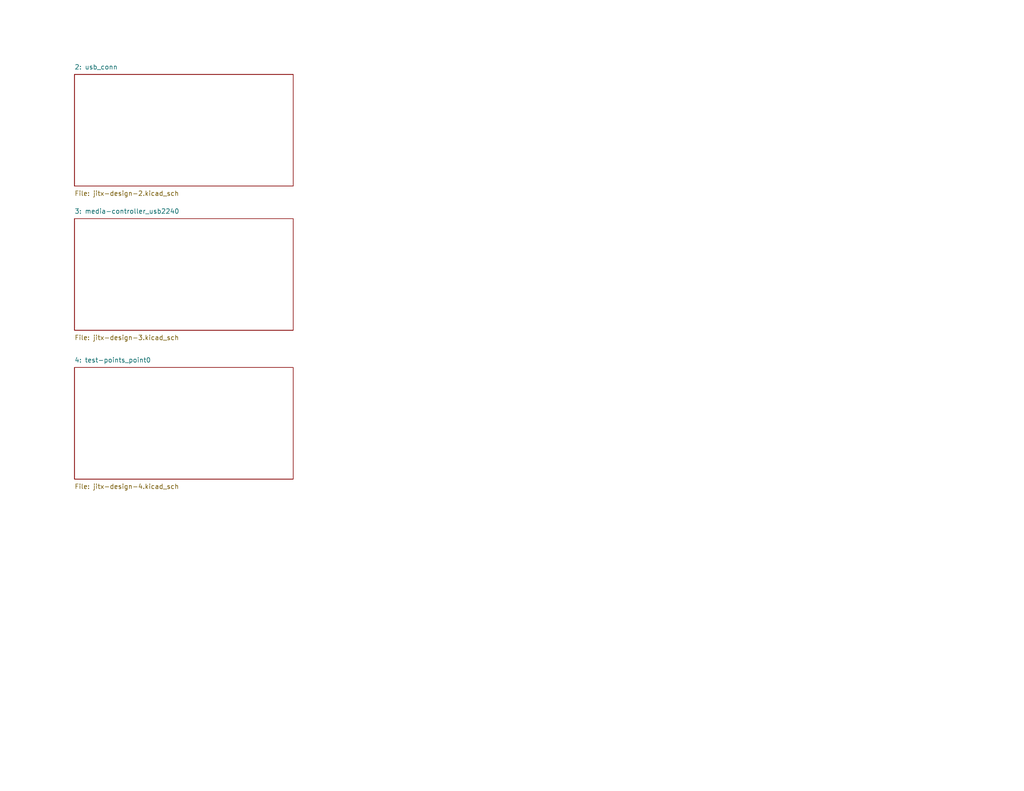
<source format=kicad_sch>
(kicad_sch (version 20230121) (generator jitx)
  (paper "A")
  (lib_symbols
    (symbol "vdd50" (power)
      (property "Reference" "#PWR" (at 35.0 60.0 0.0))
      (property "Value" "vdd50" (at -2.54 2.54 0.0))
      (symbol "vdd50_1_0"
        (pin power_in line (at 0.0 0.0 90) (length 0.0) (name "vdd50") (number "~"))
      )
    )
    (symbol "gnd" (power)
      (property "Reference" "#PWR" (at 35.0 60.0 0.0))
      (property "Value" "gnd" (at -2.54 -2.54 0.0))
      (symbol "gnd_1_0"
        (pin power_in line (at 0.0 0.0 270) (length 0.0) (name "gnd") (number "~"))
      )
    )
    (symbol "vdd33" (power)
      (property "Reference" "#PWR" (at 35.0 60.0 0.0))
      (property "Value" "vdd33" (at -2.54 2.54 0.0))
      (symbol "vdd33_1_0"
        (pin power_in line (at 0.0 0.0 90) (length 0.0) (name "vdd33") (number "~"))
      )
    )
    (symbol "unplated_hole_sym"
      (property "Reference" "U" (at -2.54 1.905 0.0))
    )
    (symbol "ALTIUM_POWER_ARROW"
      (property "Value" "ALTIUM_POWER_ARROW" (at 2.54 -0.508 0.0))
      (symbol "ALTIUM_POWER_ARROW_1_0"
        (pin unspecified line (at 0.0 0.0 0) (length 0.0) (name "0") (number "~"))
      )
    )
    (symbol "TYPE_C_31_G_03"
      (property "Reference" "U" (at 0.0 18.240030480061 0.0))
      (property "Value" "TYPE_C_31_G_03" (at 0.0 17.240030480061 0.0))
      (symbol "TYPE_C_31_G_03_1_0"
        (pin unspecified line (at 2.54 -22.86 90) (length 5.08001016002032) (name "GND0") (number "~"))
        (pin unspecified line (at 0.0 -22.86 90) (length 5.08001016002032) (name "GND1") (number "~"))
        (pin unspecified line (at 2.54 20.32 270) (length 5.08001016002032) (name "GND2") (number "~"))
        (pin unspecified line (at 0.0 20.32 270) (length 5.08001016002032) (name "GND3") (number "~"))
        (pin unspecified line (at 16.51 12.7 180) (length 2.54000508001016) (name "GND4") (number "~"))
        (pin unspecified line (at 16.51 10.16 180) (length 2.54000508001016) (name "SSRXP1") (number "~"))
        (pin unspecified line (at 16.51 7.62 180) (length 2.54000508001016) (name "SSRXN1") (number "~"))
        (pin unspecified line (at 16.51 5.08 180) (length 2.54000508001016) (name "VBUS0") (number "~"))
        (pin unspecified line (at -13.97 -15.24 0) (length 2.54000508001016) (name "GND5") (number "~"))
        (pin unspecified line (at -13.97 -2.54 0) (length 2.54000508001016) (name "DN1") (number "~"))
        (pin unspecified line (at -13.97 0.0 0) (length 2.54000508001016) (name "DP1") (number "~"))
        (pin unspecified line (at -13.97 2.54 0) (length 2.54000508001016) (name "CC1") (number "~"))
        (pin unspecified line (at -13.97 5.08 0) (length 2.54000508001016) (name "VBUS1") (number "~"))
        (pin unspecified line (at -13.97 7.62 0) (length 2.54000508001016) (name "SSTXN1") (number "~"))
        (pin unspecified line (at -13.97 10.16 0) (length 2.54000508001016) (name "SSTXP1") (number "~"))
        (pin unspecified line (at -13.97 12.7 0) (length 2.54000508001016) (name "GND6") (number "~"))
      )
    )
    (symbol "JITX_symbol"
      (property "Reference" "U" (at -2.54 3.902 0.0))
      (property "Value" "JITX_symbol" (at -2.54 2.84 0.0))
    )
    (symbol "ALTIUM_POWER_GND_POWER"
      (property "Value" "ALTIUM_POWER_GND_POWER" (at 2.54 -1.016 0.0))
      (symbol "ALTIUM_POWER_GND_POWER_1_0"
        (pin unspecified line (at 0.0 0.0 0) (length 0.0) (name "0") (number "~"))
      )
    )
    (symbol "BD433M5FP_CE2"
      (property "Reference" "U" (at 0.0 5.54000508001016 0.0))
      (property "Value" "BD433M5FP_CE2" (at 0.0 4.54000508001016 0.0))
      (symbol "BD433M5FP_CE2_1_0"
        (pin unspecified line (at -7.62 2.54 0) (length 2.54000508001016) (name "VCC") (number "~"))
        (pin unspecified line (at -7.62 0.0 0) (length 2.54000508001016) (name "FIN") (number "~"))
        (pin unspecified line (at -7.62 -2.54 0) (length 2.54000508001016) (name "VOUT") (number "~"))
      )
    )
    (symbol "supply_sym"
      (property "Value" "supply_sym" (at -2.54 2.54 0.0))
      (symbol "supply_sym_1_0"
        (pin unspecified line (at 0.0 0.0 90) (length 0.0) (name "0") (number "~"))
      )
    )
    (symbol "ground_sym"
      (property "Value" "ground_sym" (at -2.54 -2.54 0.0))
      (symbol "ground_sym_1_0"
        (pin unspecified line (at 0.0 0.0 270) (length 0.0) (name "0") (number "~"))
      )
    )
    (symbol "SD_101"
      (property "Reference" "U" (at 0.0 20.7800355600711 0.0))
      (property "Value" "SD_101" (at 0.0 19.7800355600711 0.0))
      (symbol "SD_101_1_0"
        (pin unspecified line (at -16.51 17.78 0) (length 2.54000508001016) (name "CD_DAT3") (number "~"))
        (pin unspecified line (at -16.51 15.24 0) (length 2.54000508001016) (name "CMD") (number "~"))
        (pin unspecified line (at -16.51 12.7 0) (length 2.54000508001016) (name "VSS1") (number "~"))
        (pin unspecified line (at -16.51 10.16 0) (length 2.54000508001016) (name "VDD") (number "~"))
        (pin unspecified line (at -16.51 7.62 0) (length 2.54000508001016) (name "CLK") (number "~"))
        (pin unspecified line (at -16.51 5.08 0) (length 2.54000508001016) (name "VSS2") (number "~"))
        (pin unspecified line (at -16.51 2.54 0) (length 2.54000508001016) (name "DAT0") (number "~"))
        (pin unspecified line (at -16.51 0.0 0) (length 2.54000508001016) (name "DAT1") (number "~"))
        (pin unspecified line (at -16.51 -2.54 0) (length 2.54000508001016) (name "DAT2") (number "~"))
        (pin unspecified line (at -16.51 -5.08 0) (length 2.54000508001016) (name "CD") (number "~"))
        (pin unspecified line (at -16.51 -7.62 0) (length 2.54000508001016) (name "WP") (number "~"))
        (pin unspecified line (at -16.51 -10.16 0) (length 2.54000508001016) (name "SHELL0") (number "~"))
        (pin unspecified line (at -16.51 -12.7 0) (length 2.54000508001016) (name "SHELL1") (number "~"))
        (pin unspecified line (at -16.51 -15.24 0) (length 2.54000508001016) (name "SHELL2") (number "~"))
        (pin unspecified line (at -16.51 -17.78 0) (length 2.54000508001016) (name "SHELL3") (number "~"))
      )
    )
    (symbol "capacitor_sym"
      (property "Reference" "U" (at 1.27 1.27 0.0))
      (property "Value" "capacitor_sym" (at 1.27 -1.27 0.0))
      (symbol "capacitor_sym_1_0"
        (pin unspecified line (at 0.0 2.54 270) (length 0.0) (name "1") (number "~"))
        (pin unspecified line (at 0.0 -2.54 90) (length 0.0) (name "2") (number "~"))
      )
    )
    (symbol "M24C04_WMN6TP"
      (property "Reference" "U" (at 0.0 6.81000762001524 0.0))
      (property "Value" "M24C04_WMN6TP" (at 0.0 5.81000762001524 0.0))
      (symbol "M24C04_WMN6TP_1_0"
        (pin unspecified line (at -10.16 3.81 0) (length 2.54000508001016) (name "NC") (number "~"))
        (pin unspecified line (at -10.16 1.27 0) (length 2.54000508001016) (name "E1") (number "~"))
        (pin unspecified line (at -10.16 -1.27 0) (length 2.54000508001016) (name "E2") (number "~"))
        (pin unspecified line (at -10.16 -3.81 0) (length 2.54000508001016) (name "VSS") (number "~"))
        (pin unspecified line (at 10.16 -3.81 180) (length 2.54000508001016) (name "SDA") (number "~"))
        (pin unspecified line (at 10.16 -1.27 180) (length 2.54000508001016) (name "SCL") (number "~"))
        (pin unspecified line (at 10.16 1.27 180) (length 2.54000508001016) (name "WC_NOT") (number "~"))
        (pin unspecified line (at 10.16 3.81 180) (length 2.54000508001016) (name "VCC") (number "~"))
      )
    )
    (symbol "Sym7B024000Q01"
      (property "Reference" "U" (at 0.0 5.54000508001016 0.0))
      (property "Value" "Sym7B024000Q01" (at 0.0 4.54000508001016 0.0))
      (symbol "Sym7B024000Q01_1_0"
        (pin unspecified line (at 7.62 -2.54 180) (length 2.54000508001016) (name "GND0") (number "~"))
        (pin unspecified line (at -7.62 2.54 0) (length 2.54000508001016) (name "GND1") (number "~"))
        (pin unspecified line (at 7.62 2.54 180) (length 2.54000508001016) (name "OUT") (number "~"))
        (pin unspecified line (at -7.62 -2.54 0) (length 2.54000508001016) (name "IN") (number "~"))
      )
    )
    (symbol "diode_sym"
      (property "Reference" "U" (at 2.54 1.27 0.0))
      (property "Value" "diode_sym" (at 2.54 -1.27 0.0))
      (symbol "diode_sym_1_0"
        (pin unspecified line (at 0.0 2.54 270) (length 0.0) (name "a") (number "~"))
        (pin unspecified line (at 0.0 -2.54 90) (length 0.0) (name "c") (number "~"))
      )
    )
    (symbol "resistor_sym"
      (property "Reference" "U" (at 1.27 1.27 0.0))
      (property "Value" "resistor_sym" (at 1.27 -1.27 0.0))
      (symbol "resistor_sym_1_0"
        (pin unspecified line (at 0.0 -2.54 90) (length 0.0) (name "1") (number "~"))
        (pin unspecified line (at 0.0 2.54 270) (length 0.0) (name "2") (number "~"))
      )
    )
    (symbol ""
      (property "Reference" "U" (at 2.54 1.27 0.0))
      (symbol "_1_0"
        (pin unspecified line (at 0.0 2.54 270) (length 0.0) (name "1") (number "~"))
        (pin unspecified line (at 0.0 -2.54 90) (length 0.0) (name "2") (number "~"))
        (text "" (at 0.0 0.0 0) (effects (font (size 0 0))))
        (text "" (at 0.0 0.0 0) (effects (font (size 0 0))))
      )
    )
    (symbol "test_point_sym"
      (property "Reference" "U" (at -2.54 1.905 0.0))
      (symbol "test_point_sym_1_0"
        (pin unspecified line (at 2.54 0.0 180) (length 0.0) (name "p") (number "~"))
      )
    )
    (symbol "USB2240_AEZG_06"
      (property "Reference" "U" (at 0.0 25.8600457200914 0.0))
      (property "Value" "USB2240_AEZG_06" (at 0.0 24.8600457200914 0.0))
      (symbol "USB2240_AEZG_06_1_0"
        (pin unspecified line (at -39.37 20.32 0) (length 2.54000508001016) (name "LED") (number "~"))
        (pin unspecified line (at -39.37 17.78 0) (length 2.54000508001016) (name "USB+") (number "~"))
        (pin unspecified line (at -39.37 15.24 0) (length 2.54000508001016) (name "USB-") (number "~"))
        (pin unspecified line (at -39.37 12.7 0) (length 2.54000508001016) (name "xD_D3_SD_D1_MS_D5") (number "~"))
        (pin unspecified line (at -39.37 10.16 0) (length 2.54000508001016) (name "xD_D2_SD_D0_MS_D4") (number "~"))
        (pin unspecified line (at -39.37 7.62 0) (length 2.54000508001016) (name "VDD330") (number "~"))
        (pin unspecified line (at -39.37 5.08 0) (length 2.54000508001016) (name "xD_D1_SD_D7_MS_D6") (number "~"))
        (pin unspecified line (at -39.37 2.54 0) (length 2.54000508001016) (name "xD_D0_SD_D6_MS_D7") (number "~"))
        (pin unspecified line (at -39.37 0.0 0) (length 2.54000508001016) (name "xD_nWP_SD_CLK_MS_BS") (number "~"))
        (pin unspecified line (at -39.37 -2.54 0) (length 2.54000508001016) (name "xD_ALE_SD_D5_MS_D1") (number "~"))
        (pin unspecified line (at -39.37 -5.08 0) (length 2.54000508001016) (name "xD_CLE_SD_CMD_MS_D0") (number "~"))
        (pin unspecified line (at -39.37 -7.62 0) (length 2.54000508001016) (name "xD_nWE") (number "~"))
        (pin unspecified line (at -39.37 -10.16 0) (length 2.54000508001016) (name "VDD18") (number "~"))
        (pin unspecified line (at -39.37 -12.7 0) (length 2.54000508001016) (name "VDD331") (number "~"))
        (pin unspecified line (at -39.37 -15.24 0) (length 2.54000508001016) (name "xD_nCE") (number "~"))
        (pin unspecified line (at -39.37 -17.78 0) (length 2.54000508001016) (name "xD_nRE") (number "~"))
        (pin unspecified line (at -39.37 -20.32 0) (length 2.54000508001016) (name "xD_nB_R") (number "~"))
        (pin unspecified line (at -39.37 -22.86 0) (length 2.54000508001016) (name "RESET_N") (number "~"))
        (pin unspecified line (at 39.37 -22.86 180) (length 2.54000508001016) (name "xD_nCD") (number "~"))
        (pin unspecified line (at 39.37 -20.32 180) (length 2.54000508001016) (name "xD_D7_SD_D4_MS_D2") (number "~"))
        (pin unspecified line (at 39.37 -17.78 180) (length 2.54000508001016) (name "CRD_PWR") (number "~"))
        (pin unspecified line (at 39.37 -15.24 180) (length 2.54000508001016) (name "VDD332") (number "~"))
        (pin unspecified line (at 39.37 -12.7 180) (length 2.54000508001016) (name "xD_D6_SD_D3_MS_D3") (number "~"))
        (pin unspecified line (at 39.37 -10.16 180) (length 2.54000508001016) (name "MS_INS") (number "~"))
        (pin unspecified line (at 39.37 -7.62 180) (length 2.54000508001016) (name "xD_D5_SD_D2") (number "~"))
        (pin unspecified line (at 39.37 -5.08 180) (length 2.54000508001016) (name "SD_nCD") (number "~"))
        (pin unspecified line (at 39.37 -2.54 180) (length 2.54000508001016) (name "RXD_SDA") (number "~"))
        (pin unspecified line (at 39.37 0.0 180) (length 2.54000508001016) (name "TEST") (number "~"))
        (pin unspecified line (at 39.37 2.54 180) (length 2.54000508001016) (name "NC") (number "~"))
        (pin unspecified line (at 39.37 5.08 180) (length 2.54000508001016) (name "xD_D4_SD_WP_MS_SCLK") (number "~"))
        (pin unspecified line (at 39.37 7.62 180) (length 2.54000508001016) (name "TXD_SCK_MS_SKT_SEL") (number "~"))
        (pin unspecified line (at 39.37 10.16 180) (length 2.54000508001016) (name "XTAL2") (number "~"))
        (pin unspecified line (at 39.37 12.7 180) (length 2.54000508001016) (name "XTAL1_CLKIN") (number "~"))
        (pin unspecified line (at 39.37 15.24 180) (length 2.54000508001016) (name "VDD18PLL") (number "~"))
        (pin unspecified line (at 39.37 17.78 180) (length 2.54000508001016) (name "RBIAS") (number "~"))
        (pin unspecified line (at 39.37 20.32 180) (length 2.54000508001016) (name "VDDA33") (number "~"))
        (pin unspecified line (at 39.37 22.86 180) (length 2.54000508001016) (name "GND") (number "~"))
      )
    )
    (symbol "my_capacitor"
      (property "Reference" "C" (at 1.27 1.27 0.0))
      (property "Value" "my_capacitor" (at 1.27 -1.27 0.0))
      (symbol "my_capacitor_1_0"
        (pin unspecified line (at 0.0 2.54 270) (length 0.0) (name "1") (number "1"))
        (pin unspecified line (at 0.0 -2.54 90) (length 0.0) (name "2") (number "2"))
      )
    )
    (symbol "C266601"
      (property "Reference" "Card" (at 0.0 20.7800355600711 0.0))
      (property "Value" "C266601" (at 0.0 19.7800355600711 0.0))
      (symbol "C266601_1_0"
        (pin unspecified line (at -16.51 17.78 0) (length 2.54000508001016) (name "CD_DAT3") (number "1"))
        (pin unspecified line (at -16.51 15.24 0) (length 2.54000508001016) (name "CMD") (number "2"))
        (pin unspecified line (at -16.51 12.7 0) (length 2.54000508001016) (name "VSS1") (number "3"))
        (pin unspecified line (at -16.51 10.16 0) (length 2.54000508001016) (name "VDD") (number "4"))
        (pin unspecified line (at -16.51 7.62 0) (length 2.54000508001016) (name "CLK") (number "5"))
        (pin unspecified line (at -16.51 5.08 0) (length 2.54000508001016) (name "VSS2") (number "6"))
        (pin unspecified line (at -16.51 2.54 0) (length 2.54000508001016) (name "DAT0") (number "7"))
        (pin unspecified line (at -16.51 0.0 0) (length 2.54000508001016) (name "DAT1") (number "8"))
        (pin unspecified line (at -16.51 -2.54 0) (length 2.54000508001016) (name "DAT2") (number "9"))
        (pin unspecified line (at -16.51 -5.08 0) (length 2.54000508001016) (name "CD") (number "10"))
        (pin unspecified line (at -16.51 -7.62 0) (length 2.54000508001016) (name "WP") (number "11"))
        (pin unspecified line (at -16.51 -10.16 0) (length 2.54000508001016) (name "SHELL0") (number "12"))
        (pin unspecified line (at -16.51 -12.7 0) (length 2.54000508001016) (name "SHELL1") (number "13"))
        (pin unspecified line (at -16.51 -15.24 0) (length 2.54000508001016) (name "SHELL2") (number "14"))
        (pin unspecified line (at -16.51 -17.78 0) (length 2.54000508001016) (name "SHELL3") (number "15"))
      )
    )
    (symbol "my_resistor"
      (property "Reference" "R" (at 1.27 1.27 0.0))
      (property "Value" "my_resistor" (at 1.27 -1.27 0.0))
      (symbol "my_resistor_1_0"
        (pin unspecified line (at 0.0 -2.54 90) (length 0.0) (name "1") (number "1"))
        (pin unspecified line (at 0.0 2.54 270) (length 0.0) (name "2") (number "2"))
      )
    )
    (symbol "C174142"
      (property "Reference" "R" (at 2.54 1.27 0.0))
      (property "Value" "C174142" (at 2.54 -1.27 0.0))
      (symbol "C174142_1_0"
        (pin unspecified line (at 0.0 2.54 270) (length 0.0) (name "1") (number "1"))
        (pin unspecified line (at 0.0 -2.54 90) (length 0.0) (name "2") (number "2"))
        (text "" (at 0.0 0.0 0) (effects (font (size 0 0))))
        (text "" (at 0.0 0.0 0) (effects (font (size 0 0))))
      )
    )
    (symbol "my_resistor_1"
      (property "Reference" "R" (at 1.27 1.27 0.0))
      (property "Value" "my_resistor_1" (at 1.27 -1.27 0.0))
      (symbol "my_resistor_1_1_0"
        (pin unspecified line (at 0.0 -2.54 90) (length 0.0) (name "1") (number "1"))
        (pin unspecified line (at 0.0 2.54 270) (length 0.0) (name "2") (number "2"))
      )
    )
    (symbol "my_capacitor_1"
      (property "Reference" "C" (at 1.27 1.27 0.0))
      (property "Value" "my_capacitor_1" (at 1.27 -1.27 0.0))
      (symbol "my_capacitor_1_1_0"
        (pin unspecified line (at 0.0 2.54 270) (length 0.0) (name "1") (number "1"))
        (pin unspecified line (at 0.0 -2.54 90) (length 0.0) (name "2") (number "2"))
      )
    )
    (symbol "my_capacitor_2"
      (property "Reference" "C" (at 1.27 1.27 0.0))
      (property "Value" "my_capacitor_2" (at 1.27 -1.27 0.0))
      (symbol "my_capacitor_2_1_0"
        (pin unspecified line (at 0.0 2.54 270) (length 0.0) (name "1") (number "1"))
        (pin unspecified line (at 0.0 -2.54 90) (length 0.0) (name "2") (number "2"))
      )
    )
    (symbol "my_capacitor_3"
      (property "Reference" "C" (at 1.27 1.27 0.0))
      (property "Value" "my_capacitor_3" (at 1.27 -1.27 0.0))
      (symbol "my_capacitor_3_1_0"
        (pin unspecified line (at 0.0 2.54 270) (length 0.0) (name "1") (number "1"))
        (pin unspecified line (at 0.0 -2.54 90) (length 0.0) (name "2") (number "2"))
      )
    )
    (symbol "my_resistor_2"
      (property "Reference" "R" (at 1.27 1.27 0.0))
      (property "Value" "my_resistor_2" (at 1.27 -1.27 0.0))
      (symbol "my_resistor_2_1_0"
        (pin unspecified line (at 0.0 -2.54 90) (length 0.0) (name "1") (number "1"))
        (pin unspecified line (at 0.0 2.54 270) (length 0.0) (name "2") (number "2"))
      )
    )
    (symbol "C633328"
      (property "Reference" "U" (at 0.0 25.8600457200914 0.0))
      (property "Value" "C633328" (at 0.0 24.8600457200914 0.0))
      (symbol "C633328_1_0"
        (pin unspecified line (at -39.37 20.32 0) (length 2.54000508001016) (name "LED") (number "1"))
        (pin unspecified line (at -39.37 17.78 0) (length 2.54000508001016) (name "USB+") (number "2"))
        (pin unspecified line (at -39.37 15.24 0) (length 2.54000508001016) (name "USB-") (number "3"))
        (pin unspecified line (at -39.37 12.7 0) (length 2.54000508001016) (name "xD_D3_SD_D1_MS_D5") (number "4"))
        (pin unspecified line (at -39.37 10.16 0) (length 2.54000508001016) (name "xD_D2_SD_D0_MS_D4") (number "5"))
        (pin unspecified line (at -39.37 7.62 0) (length 2.54000508001016) (name "VDD330") (number "6"))
        (pin unspecified line (at -39.37 5.08 0) (length 2.54000508001016) (name "xD_D1_SD_D7_MS_D6") (number "7"))
        (pin unspecified line (at -39.37 2.54 0) (length 2.54000508001016) (name "xD_D0_SD_D6_MS_D7") (number "8"))
        (pin unspecified line (at -39.37 0.0 0) (length 2.54000508001016) (name "xD_nWP_SD_CLK_MS_BS") (number "9"))
        (pin unspecified line (at -39.37 -2.54 0) (length 2.54000508001016) (name "xD_ALE_SD_D5_MS_D1") (number "10"))
        (pin unspecified line (at -39.37 -5.08 0) (length 2.54000508001016) (name "xD_CLE_SD_CMD_MS_D0") (number "11"))
        (pin unspecified line (at -39.37 -7.62 0) (length 2.54000508001016) (name "xD_nWE") (number "12"))
        (pin unspecified line (at -39.37 -10.16 0) (length 2.54000508001016) (name "VDD18") (number "13"))
        (pin unspecified line (at -39.37 -12.7 0) (length 2.54000508001016) (name "VDD331") (number "14"))
        (pin unspecified line (at -39.37 -15.24 0) (length 2.54000508001016) (name "xD_nCE") (number "15"))
        (pin unspecified line (at -39.37 -17.78 0) (length 2.54000508001016) (name "xD_nRE") (number "16"))
        (pin unspecified line (at -39.37 -20.32 0) (length 2.54000508001016) (name "xD_nB_R") (number "17"))
        (pin unspecified line (at -39.37 -22.86 0) (length 2.54000508001016) (name "RESET_N") (number "18"))
        (pin unspecified line (at 39.37 -22.86 180) (length 2.54000508001016) (name "xD_nCD") (number "19"))
        (pin unspecified line (at 39.37 -20.32 180) (length 2.54000508001016) (name "xD_D7_SD_D4_MS_D2") (number "20"))
        (pin unspecified line (at 39.37 -17.78 180) (length 2.54000508001016) (name "CRD_PWR") (number "21"))
        (pin unspecified line (at 39.37 -15.24 180) (length 2.54000508001016) (name "VDD332") (number "22"))
        (pin unspecified line (at 39.37 -12.7 180) (length 2.54000508001016) (name "xD_D6_SD_D3_MS_D3") (number "23"))
        (pin unspecified line (at 39.37 -10.16 180) (length 2.54000508001016) (name "MS_INS") (number "24"))
        (pin unspecified line (at 39.37 -7.62 180) (length 2.54000508001016) (name "xD_D5_SD_D2") (number "25"))
        (pin unspecified line (at 39.37 -5.08 180) (length 2.54000508001016) (name "SD_nCD") (number "26"))
        (pin unspecified line (at 39.37 -2.54 180) (length 2.54000508001016) (name "RXD_SDA") (number "27"))
        (pin unspecified line (at 39.37 0.0 180) (length 2.54000508001016) (name "TEST") (number "28"))
        (pin unspecified line (at 39.37 2.54 180) (length 2.54000508001016) (name "NC") (number "29"))
        (pin unspecified line (at 39.37 5.08 180) (length 2.54000508001016) (name "xD_D4_SD_WP_MS_SCLK") (number "30"))
        (pin unspecified line (at 39.37 7.62 180) (length 2.54000508001016) (name "TXD_SCK_MS_SKT_SEL") (number "31"))
        (pin unspecified line (at 39.37 10.16 180) (length 2.54000508001016) (name "XTAL2") (number "32"))
        (pin unspecified line (at 39.37 12.7 180) (length 2.54000508001016) (name "XTAL1_CLKIN") (number "33"))
        (pin unspecified line (at 39.37 15.24 180) (length 2.54000508001016) (name "VDD18PLL") (number "34"))
        (pin unspecified line (at 39.37 17.78 180) (length 2.54000508001016) (name "RBIAS") (number "35"))
        (pin unspecified line (at 39.37 20.32 180) (length 2.54000508001016) (name "VDDA33") (number "36"))
        (pin unspecified line (at 39.37 22.86 180) (length 2.54000508001016) (name "GND") (number "37"))
      )
    )
    (symbol "my_capacitor_4"
      (property "Reference" "C" (at 1.27 1.27 0.0))
      (property "Value" "my_capacitor_4" (at 1.27 -1.27 0.0))
      (symbol "my_capacitor_4_1_0"
        (pin unspecified line (at 0.0 2.54 270) (length 0.0) (name "1") (number "1"))
        (pin unspecified line (at 0.0 -2.54 90) (length 0.0) (name "2") (number "2"))
      )
    )
    (symbol "C840338"
      (property "Reference" "USB" (at 0.0 18.240030480061 0.0))
      (property "Value" "C840338" (at 0.0 17.240030480061 0.0))
      (symbol "C840338_1_0"
        (pin unspecified line (at 2.54 -22.86 90) (length 5.08001016002032) (name "GND0") (number "14"))
        (pin unspecified line (at 0.0 -22.86 90) (length 5.08001016002032) (name "GND1") (number "13"))
        (pin unspecified line (at 2.54 20.32 270) (length 5.08001016002032) (name "GND2") (number "15"))
        (pin unspecified line (at 0.0 20.32 270) (length 5.08001016002032) (name "GND3") (number "16"))
        (pin unspecified line (at 16.51 12.7 180) (length 2.54000508001016) (name "GND4") (number "B12"))
        (pin unspecified line (at 16.51 10.16 180) (length 2.54000508001016) (name "SSRXP1") (number "B11"))
        (pin unspecified line (at 16.51 7.62 180) (length 2.54000508001016) (name "SSRXN1") (number "B10"))
        (pin unspecified line (at 16.51 5.08 180) (length 2.54000508001016) (name "VBUS0") (number "B9"))
        (pin unspecified line (at -13.97 -15.24 0) (length 2.54000508001016) (name "GND5") (number "A12"))
        (pin unspecified line (at -13.97 -2.54 0) (length 2.54000508001016) (name "DN1") (number "A7"))
        (pin unspecified line (at -13.97 0.0 0) (length 2.54000508001016) (name "DP1") (number "A6"))
        (pin unspecified line (at -13.97 2.54 0) (length 2.54000508001016) (name "CC1") (number "A5"))
        (pin unspecified line (at -13.97 5.08 0) (length 2.54000508001016) (name "VBUS1") (number "A4"))
        (pin unspecified line (at -13.97 7.62 0) (length 2.54000508001016) (name "SSTXN1") (number "A3"))
        (pin unspecified line (at -13.97 10.16 0) (length 2.54000508001016) (name "SSTXP1") (number "A2"))
        (pin unspecified line (at -13.97 12.7 0) (length 2.54000508001016) (name "GND6") (number "A1"))
      )
    )
    (symbol "my_resistor_3"
      (property "Reference" "R" (at 1.27 1.27 0.0))
      (property "Value" "my_resistor_3" (at 1.27 -1.27 0.0))
      (symbol "my_resistor_3_1_0"
        (pin unspecified line (at 0.0 -2.54 90) (length 0.0) (name "1") (number "1"))
        (pin unspecified line (at 0.0 2.54 270) (length 0.0) (name "2") (number "2"))
      )
    )
    (symbol "my_capacitor_5"
      (property "Reference" "C" (at 1.27 1.27 0.0))
      (property "Value" "my_capacitor_5" (at 1.27 -1.27 0.0))
      (symbol "my_capacitor_5_1_0"
        (pin unspecified line (at 0.0 2.54 270) (length 0.0) (name "1") (number "1"))
        (pin unspecified line (at 0.0 -2.54 90) (length 0.0) (name "2") (number "2"))
      )
    )
    (symbol "my_capacitor_6"
      (property "Reference" "C" (at 1.27 1.27 0.0))
      (property "Value" "my_capacitor_6" (at 1.27 -1.27 0.0))
      (symbol "my_capacitor_6_1_0"
        (pin unspecified line (at 0.0 2.54 270) (length 0.0) (name "1") (number "1"))
        (pin unspecified line (at 0.0 -2.54 90) (length 0.0) (name "2") (number "2"))
      )
    )
    (symbol "my_capacitor_7"
      (property "Reference" "C" (at 1.27 1.27 0.0))
      (property "Value" "my_capacitor_7" (at 1.27 -1.27 0.0))
      (symbol "my_capacitor_7_1_0"
        (pin unspecified line (at 0.0 2.54 270) (length 0.0) (name "1") (number "1"))
        (pin unspecified line (at 0.0 -2.54 90) (length 0.0) (name "2") (number "2"))
      )
    )
    (symbol "my_capacitor_8"
      (property "Reference" "C" (at 1.27 1.27 0.0))
      (property "Value" "my_capacitor_8" (at 1.27 -1.27 0.0))
      (symbol "my_capacitor_8_1_0"
        (pin unspecified line (at 0.0 2.54 270) (length 0.0) (name "1") (number "1"))
        (pin unspecified line (at 0.0 -2.54 90) (length 0.0) (name "2") (number "2"))
      )
    )
    (symbol "gen_testpad"
      (property "Reference" "U" (at -2.54 1.905 0.0))
      (symbol "gen_testpad_1_0"
        (pin unspecified line (at 2.54 0.0 180) (length 0.0) (name "p") (number "tp"))
      )
    )
    (symbol "my_capacitor_9"
      (property "Reference" "C" (at 1.27 1.27 0.0))
      (property "Value" "my_capacitor_9" (at 1.27 -1.27 0.0))
      (symbol "my_capacitor_9_1_0"
        (pin unspecified line (at 0.0 2.54 270) (length 0.0) (name "1") (number "1"))
        (pin unspecified line (at 0.0 -2.54 90) (length 0.0) (name "2") (number "2"))
      )
    )
    (symbol "my_capacitor_10"
      (property "Reference" "C" (at 1.27 1.27 0.0))
      (property "Value" "my_capacitor_10" (at 1.27 -1.27 0.0))
      (symbol "my_capacitor_10_1_0"
        (pin unspecified line (at 0.0 2.54 270) (length 0.0) (name "1") (number "1"))
        (pin unspecified line (at 0.0 -2.54 90) (length 0.0) (name "2") (number "2"))
      )
    )
    (symbol "C118280"
      (property "Reference" "U" (at 0.0 6.81000762001524 0.0))
      (property "Value" "C118280" (at 0.0 5.81000762001524 0.0))
      (symbol "C118280_1_0"
        (pin unspecified line (at -10.16 3.81 0) (length 2.54000508001016) (name "NC") (number "1"))
        (pin unspecified line (at -10.16 1.27 0) (length 2.54000508001016) (name "E1") (number "2"))
        (pin unspecified line (at -10.16 -1.27 0) (length 2.54000508001016) (name "E2") (number "3"))
        (pin unspecified line (at -10.16 -3.81 0) (length 2.54000508001016) (name "VSS") (number "4"))
        (pin unspecified line (at 10.16 -3.81 180) (length 2.54000508001016) (name "SDA") (number "5"))
        (pin unspecified line (at 10.16 -1.27 180) (length 2.54000508001016) (name "SCL") (number "6"))
        (pin unspecified line (at 10.16 1.27 180) (length 2.54000508001016) (name "WC_NOT") (number "7"))
        (pin unspecified line (at 10.16 3.81 180) (length 2.54000508001016) (name "VCC") (number "8"))
      )
    )
    (symbol "my_capacitor_11"
      (property "Reference" "C" (at 1.27 1.27 0.0))
      (property "Value" "my_capacitor_11" (at 1.27 -1.27 0.0))
      (symbol "my_capacitor_11_1_0"
        (pin unspecified line (at 0.0 2.54 270) (length 0.0) (name "1") (number "1"))
        (pin unspecified line (at 0.0 -2.54 90) (length 0.0) (name "2") (number "2"))
      )
    )
    (symbol "C442601"
      (property "Reference" "U" (at 0.0 5.54000508001016 0.0))
      (property "Value" "C442601" (at 0.0 4.54000508001016 0.0))
      (symbol "C442601_1_0"
        (pin unspecified line (at -7.62 2.54 0) (length 2.54000508001016) (name "VCC") (number "1"))
        (pin unspecified line (at -7.62 0.0 0) (length 2.54000508001016) (name "FIN") (number "2"))
        (pin unspecified line (at -7.62 -2.54 0) (length 2.54000508001016) (name "VOUT") (number "3"))
      )
    )
    (symbol "my_resistor_4"
      (property "Reference" "R" (at 1.27 1.27 0.0))
      (property "Value" "my_resistor_4" (at 1.27 -1.27 0.0))
      (symbol "my_resistor_4_1_0"
        (pin unspecified line (at 0.0 -2.54 90) (length 0.0) (name "1") (number "1"))
        (pin unspecified line (at 0.0 2.54 270) (length 0.0) (name "2") (number "2"))
      )
    )
    (symbol "LED_maker_ROYGBIV"
      (property "Reference" "LED" (at 2.54 1.27 0.0))
      (property "Value" "LED_maker_ROYGBIV" (at 2.54 -1.27 0.0))
      (symbol "LED_maker_ROYGBIV_1_0"
        (pin unspecified line (at 0.0 2.54 270) (length 0.0) (name "a") (number "1"))
        (pin unspecified line (at 0.0 -2.54 90) (length 0.0) (name "c") (number "2"))
      )
    )
    (symbol "my_resistor_5"
      (property "Reference" "R" (at 1.27 1.27 0.0))
      (property "Value" "my_resistor_5" (at 1.27 -1.27 0.0))
      (symbol "my_resistor_5_1_0"
        (pin unspecified line (at 0.0 -2.54 90) (length 0.0) (name "1") (number "1"))
        (pin unspecified line (at 0.0 2.54 270) (length 0.0) (name "2") (number "2"))
      )
    )
    (symbol "my_capacitor_12"
      (property "Reference" "C" (at 1.27 1.27 0.0))
      (property "Value" "my_capacitor_12" (at 1.27 -1.27 0.0))
      (symbol "my_capacitor_12_1_0"
        (pin unspecified line (at 0.0 2.54 270) (length 0.0) (name "1") (number "1"))
        (pin unspecified line (at 0.0 -2.54 90) (length 0.0) (name "2") (number "2"))
      )
    )
    (symbol "Generic_Mounting_Hole"
      (property "Reference" "U" (at -2.54 1.905 0.0))
    )
    (symbol "my_resistor_6"
      (property "Reference" "R" (at 1.27 1.27 0.0))
      (property "Value" "my_resistor_6" (at 1.27 -1.27 0.0))
      (symbol "my_resistor_6_1_0"
        (pin unspecified line (at 0.0 -2.54 90) (length 0.0) (name "1") (number "1"))
        (pin unspecified line (at 0.0 2.54 270) (length 0.0) (name "2") (number "2"))
      )
    )
    (symbol "C654991"
      (property "Reference" "X" (at 0.0 5.54000508001016 0.0))
      (property "Value" "C654991" (at 0.0 4.54000508001016 0.0))
      (symbol "C654991_1_0"
        (pin unspecified line (at 7.62 -2.54 180) (length 2.54000508001016) (name "GND0") (number "2"))
        (pin unspecified line (at -7.62 2.54 0) (length 2.54000508001016) (name "GND1") (number "4"))
        (pin unspecified line (at 7.62 2.54 180) (length 2.54000508001016) (name "OUT") (number "3"))
        (pin unspecified line (at -7.62 -2.54 0) (length 2.54000508001016) (name "IN") (number "1"))
      )
    )
    (symbol "JITX"
      (property "Reference" "JITX" (at -2.54 3.902 0.0))
      (property "Value" "JITX" (at -2.54 2.84 0.0))
    )
  )
  (sheet (at 20.32 20.32) (size 59.69 30.48) (stroke (width 0.1524))
    (property "Sheet name" "2: usb_conn" (at 20.32 19.05 0) (effects (justify left bottom)))
    (property "Sheet file" "jitx-design-2.kicad_sch" (at 20.32 52.07 0) (effects (justify left top)))
  )
  (sheet (at 20.32 59.69) (size 59.69 30.48) (stroke (width 0.1524))
    (property "Sheet name" "3: media-controller_usb2240" (at 20.32 58.42 0) (effects (justify left bottom)))
    (property "Sheet file" "jitx-design-3.kicad_sch" (at 20.32 91.44 0) (effects (justify left top)))
  )
  (sheet (at 20.32 100.33) (size 59.69 30.48) (stroke (width 0.1524))
    (property "Sheet name" "4: test-points_point0" (at 20.32 99.06 0) (effects (justify left bottom)))
    (property "Sheet file" "jitx-design-4.kicad_sch" (at 20.32 132.08 0) (effects (justify left top)))
  )
)
</source>
